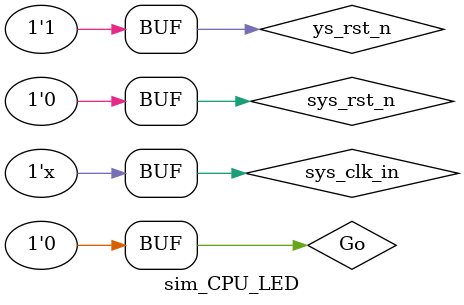
<source format=v>
`timescale 1ns / 1ps


module sim_CPU_LED(

    );
    
    
reg Go;
reg sys_clk_in,sys_rst_n;
//·ÖÆµÆ÷ 
wire clk_1ms,clk_10ms, clk_100ms,clk_1s;
//LED
reg [31:0]res;
wire[3:0]sel_1;//¿ØÖÆÓÒ±ß4¸ö4 3 2 1
wire[3:0]sel_2;//¿ØÖÆ×ó±ß4¸ö8 7 6 5
wire[7:0]seg7_1;
wire[7:0]seg7_2;

initial
    begin
        sys_clk_in=1'b1;
        sys_rst_n=1'b0;
        Go<=1'b0;
        
        #3sys_rst_n=1'b1;
    end

always#5
    sys_clk_in=~sys_clk_in;


 wire [31:0]LED_DATA;
    CPU T1(
        sys_clk_in,
        sys_rst_n,
        Go,
        LED_DATA
    //output PC
            );
            
            
            Clk_Div_Ms_S CDMS(
                         sys_clk_in,
                         sys_rst_n,
                          clk_1ms,
                         clk_10ms,
                         clk_100ms,
                          clk_1s
                        );
                                    
            
   always@(posedge sys_clk_in,negedge sys_rst_n)
        if(!sys_rst_n)
        ;
        else         
                res<=LED_DATA;    
            
 LED_display LD(
 sys_clk_in,
 sys_rst_n,
 res,
sel_1,//¿ØÖÆÓÒ±ß4¸ö4 3 2 1
sel_2,//¿ØÖÆ×ó±ß4¸ö8 7 6 5
seg7_1,
seg7_2);
endmodule

</source>
